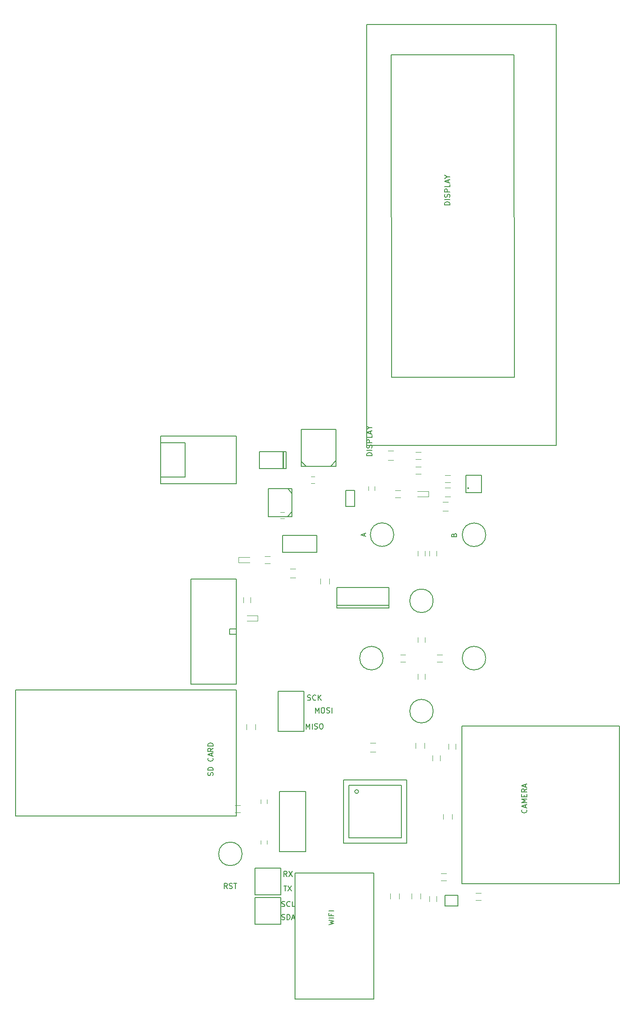
<source format=gbr>
G04 #@! TF.FileFunction,Legend,Top*
%FSLAX46Y46*%
G04 Gerber Fmt 4.6, Leading zero omitted, Abs format (unit mm)*
G04 Created by KiCad (PCBNEW 4.0.6) date 05/19/17 19:34:27*
%MOMM*%
%LPD*%
G01*
G04 APERTURE LIST*
%ADD10C,0.100000*%
%ADD11C,0.200000*%
%ADD12C,0.150000*%
%ADD13C,0.120000*%
G04 APERTURE END LIST*
D10*
D11*
X123732571Y-53889571D02*
X123780190Y-53746714D01*
X123827810Y-53699095D01*
X123923048Y-53651476D01*
X124065905Y-53651476D01*
X124161143Y-53699095D01*
X124208762Y-53746714D01*
X124256381Y-53841952D01*
X124256381Y-54222905D01*
X123256381Y-54222905D01*
X123256381Y-53889571D01*
X123304000Y-53794333D01*
X123351619Y-53746714D01*
X123446857Y-53699095D01*
X123542095Y-53699095D01*
X123637333Y-53746714D01*
X123684952Y-53794333D01*
X123732571Y-53889571D01*
X123732571Y-54222905D01*
X106698667Y-54072095D02*
X106698667Y-53595904D01*
X106984381Y-54167333D02*
X105984381Y-53834000D01*
X106984381Y-53500666D01*
X108127381Y-38792095D02*
X107127381Y-38792095D01*
X107127381Y-38554000D01*
X107175000Y-38411142D01*
X107270238Y-38315904D01*
X107365476Y-38268285D01*
X107555952Y-38220666D01*
X107698810Y-38220666D01*
X107889286Y-38268285D01*
X107984524Y-38315904D01*
X108079762Y-38411142D01*
X108127381Y-38554000D01*
X108127381Y-38792095D01*
X108127381Y-37792095D02*
X107127381Y-37792095D01*
X108079762Y-37363524D02*
X108127381Y-37220667D01*
X108127381Y-36982571D01*
X108079762Y-36887333D01*
X108032143Y-36839714D01*
X107936905Y-36792095D01*
X107841667Y-36792095D01*
X107746429Y-36839714D01*
X107698810Y-36887333D01*
X107651190Y-36982571D01*
X107603571Y-37173048D01*
X107555952Y-37268286D01*
X107508333Y-37315905D01*
X107413095Y-37363524D01*
X107317857Y-37363524D01*
X107222619Y-37315905D01*
X107175000Y-37268286D01*
X107127381Y-37173048D01*
X107127381Y-36934952D01*
X107175000Y-36792095D01*
X108127381Y-36363524D02*
X107127381Y-36363524D01*
X107127381Y-35982571D01*
X107175000Y-35887333D01*
X107222619Y-35839714D01*
X107317857Y-35792095D01*
X107460714Y-35792095D01*
X107555952Y-35839714D01*
X107603571Y-35887333D01*
X107651190Y-35982571D01*
X107651190Y-36363524D01*
X108127381Y-34887333D02*
X108127381Y-35363524D01*
X107127381Y-35363524D01*
X107841667Y-34601619D02*
X107841667Y-34125428D01*
X108127381Y-34696857D02*
X107127381Y-34363524D01*
X108127381Y-34030190D01*
X107651190Y-33506381D02*
X108127381Y-33506381D01*
X107127381Y-33839714D02*
X107651190Y-33506381D01*
X107127381Y-33173047D01*
X137496143Y-106070428D02*
X137543762Y-106118047D01*
X137591381Y-106260904D01*
X137591381Y-106356142D01*
X137543762Y-106499000D01*
X137448524Y-106594238D01*
X137353286Y-106641857D01*
X137162810Y-106689476D01*
X137019952Y-106689476D01*
X136829476Y-106641857D01*
X136734238Y-106594238D01*
X136639000Y-106499000D01*
X136591381Y-106356142D01*
X136591381Y-106260904D01*
X136639000Y-106118047D01*
X136686619Y-106070428D01*
X137305667Y-105689476D02*
X137305667Y-105213285D01*
X137591381Y-105784714D02*
X136591381Y-105451381D01*
X137591381Y-105118047D01*
X137591381Y-104784714D02*
X136591381Y-104784714D01*
X137305667Y-104451380D01*
X136591381Y-104118047D01*
X137591381Y-104118047D01*
X137067571Y-103641857D02*
X137067571Y-103308523D01*
X137591381Y-103165666D02*
X137591381Y-103641857D01*
X136591381Y-103641857D01*
X136591381Y-103165666D01*
X137591381Y-102165666D02*
X137115190Y-102499000D01*
X137591381Y-102737095D02*
X136591381Y-102737095D01*
X136591381Y-102356142D01*
X136639000Y-102260904D01*
X136686619Y-102213285D01*
X136781857Y-102165666D01*
X136924714Y-102165666D01*
X137019952Y-102213285D01*
X137067571Y-102260904D01*
X137115190Y-102356142D01*
X137115190Y-102737095D01*
X137305667Y-101784714D02*
X137305667Y-101308523D01*
X137591381Y-101879952D02*
X136591381Y-101546619D01*
X137591381Y-101213285D01*
X99888381Y-127938333D02*
X100888381Y-127700238D01*
X100174095Y-127509761D01*
X100888381Y-127319285D01*
X99888381Y-127081190D01*
X100888381Y-126700238D02*
X99888381Y-126700238D01*
X100364571Y-125890714D02*
X100364571Y-126224048D01*
X100888381Y-126224048D02*
X99888381Y-126224048D01*
X99888381Y-125747857D01*
X100888381Y-125366905D02*
X99888381Y-125366905D01*
X77853762Y-99601238D02*
X77901381Y-99458381D01*
X77901381Y-99220285D01*
X77853762Y-99125047D01*
X77806143Y-99077428D01*
X77710905Y-99029809D01*
X77615667Y-99029809D01*
X77520429Y-99077428D01*
X77472810Y-99125047D01*
X77425190Y-99220285D01*
X77377571Y-99410762D01*
X77329952Y-99506000D01*
X77282333Y-99553619D01*
X77187095Y-99601238D01*
X77091857Y-99601238D01*
X76996619Y-99553619D01*
X76949000Y-99506000D01*
X76901381Y-99410762D01*
X76901381Y-99172666D01*
X76949000Y-99029809D01*
X77901381Y-98601238D02*
X76901381Y-98601238D01*
X76901381Y-98363143D01*
X76949000Y-98220285D01*
X77044238Y-98125047D01*
X77139476Y-98077428D01*
X77329952Y-98029809D01*
X77472810Y-98029809D01*
X77663286Y-98077428D01*
X77758524Y-98125047D01*
X77853762Y-98220285D01*
X77901381Y-98363143D01*
X77901381Y-98601238D01*
X77806143Y-96267904D02*
X77853762Y-96315523D01*
X77901381Y-96458380D01*
X77901381Y-96553618D01*
X77853762Y-96696476D01*
X77758524Y-96791714D01*
X77663286Y-96839333D01*
X77472810Y-96886952D01*
X77329952Y-96886952D01*
X77139476Y-96839333D01*
X77044238Y-96791714D01*
X76949000Y-96696476D01*
X76901381Y-96553618D01*
X76901381Y-96458380D01*
X76949000Y-96315523D01*
X76996619Y-96267904D01*
X77615667Y-95886952D02*
X77615667Y-95410761D01*
X77901381Y-95982190D02*
X76901381Y-95648857D01*
X77901381Y-95315523D01*
X77901381Y-94410761D02*
X77425190Y-94744095D01*
X77901381Y-94982190D02*
X76901381Y-94982190D01*
X76901381Y-94601237D01*
X76949000Y-94505999D01*
X76996619Y-94458380D01*
X77091857Y-94410761D01*
X77234714Y-94410761D01*
X77329952Y-94458380D01*
X77377571Y-94505999D01*
X77425190Y-94601237D01*
X77425190Y-94982190D01*
X77901381Y-93982190D02*
X76901381Y-93982190D01*
X76901381Y-93744095D01*
X76949000Y-93601237D01*
X77044238Y-93505999D01*
X77139476Y-93458380D01*
X77329952Y-93410761D01*
X77472810Y-93410761D01*
X77663286Y-93458380D01*
X77758524Y-93505999D01*
X77853762Y-93601237D01*
X77901381Y-93744095D01*
X77901381Y-93982190D01*
X80584381Y-121088381D02*
X80251047Y-120612190D01*
X80012952Y-121088381D02*
X80012952Y-120088381D01*
X80393905Y-120088381D01*
X80489143Y-120136000D01*
X80536762Y-120183619D01*
X80584381Y-120278857D01*
X80584381Y-120421714D01*
X80536762Y-120516952D01*
X80489143Y-120564571D01*
X80393905Y-120612190D01*
X80012952Y-120612190D01*
X80965333Y-121040762D02*
X81108190Y-121088381D01*
X81346286Y-121088381D01*
X81441524Y-121040762D01*
X81489143Y-120993143D01*
X81536762Y-120897905D01*
X81536762Y-120802667D01*
X81489143Y-120707429D01*
X81441524Y-120659810D01*
X81346286Y-120612190D01*
X81155809Y-120564571D01*
X81060571Y-120516952D01*
X81012952Y-120469333D01*
X80965333Y-120374095D01*
X80965333Y-120278857D01*
X81012952Y-120183619D01*
X81060571Y-120136000D01*
X81155809Y-120088381D01*
X81393905Y-120088381D01*
X81536762Y-120136000D01*
X81822476Y-120088381D02*
X82393905Y-120088381D01*
X82108190Y-121088381D02*
X82108190Y-120088381D01*
X95864286Y-85244762D02*
X96007143Y-85292381D01*
X96245239Y-85292381D01*
X96340477Y-85244762D01*
X96388096Y-85197143D01*
X96435715Y-85101905D01*
X96435715Y-85006667D01*
X96388096Y-84911429D01*
X96340477Y-84863810D01*
X96245239Y-84816190D01*
X96054762Y-84768571D01*
X95959524Y-84720952D01*
X95911905Y-84673333D01*
X95864286Y-84578095D01*
X95864286Y-84482857D01*
X95911905Y-84387619D01*
X95959524Y-84340000D01*
X96054762Y-84292381D01*
X96292858Y-84292381D01*
X96435715Y-84340000D01*
X97435715Y-85197143D02*
X97388096Y-85244762D01*
X97245239Y-85292381D01*
X97150001Y-85292381D01*
X97007143Y-85244762D01*
X96911905Y-85149524D01*
X96864286Y-85054286D01*
X96816667Y-84863810D01*
X96816667Y-84720952D01*
X96864286Y-84530476D01*
X96911905Y-84435238D01*
X97007143Y-84340000D01*
X97150001Y-84292381D01*
X97245239Y-84292381D01*
X97388096Y-84340000D01*
X97435715Y-84387619D01*
X97864286Y-85292381D02*
X97864286Y-84292381D01*
X98435715Y-85292381D02*
X98007143Y-84720952D01*
X98435715Y-84292381D02*
X97864286Y-84863810D01*
X95618572Y-90752381D02*
X95618572Y-89752381D01*
X95951906Y-90466667D01*
X96285239Y-89752381D01*
X96285239Y-90752381D01*
X96761429Y-90752381D02*
X96761429Y-89752381D01*
X97190000Y-90704762D02*
X97332857Y-90752381D01*
X97570953Y-90752381D01*
X97666191Y-90704762D01*
X97713810Y-90657143D01*
X97761429Y-90561905D01*
X97761429Y-90466667D01*
X97713810Y-90371429D01*
X97666191Y-90323810D01*
X97570953Y-90276190D01*
X97380476Y-90228571D01*
X97285238Y-90180952D01*
X97237619Y-90133333D01*
X97190000Y-90038095D01*
X97190000Y-89942857D01*
X97237619Y-89847619D01*
X97285238Y-89800000D01*
X97380476Y-89752381D01*
X97618572Y-89752381D01*
X97761429Y-89800000D01*
X98380476Y-89752381D02*
X98570953Y-89752381D01*
X98666191Y-89800000D01*
X98761429Y-89895238D01*
X98809048Y-90085714D01*
X98809048Y-90419048D01*
X98761429Y-90609524D01*
X98666191Y-90704762D01*
X98570953Y-90752381D01*
X98380476Y-90752381D01*
X98285238Y-90704762D01*
X98190000Y-90609524D01*
X98142381Y-90419048D01*
X98142381Y-90085714D01*
X98190000Y-89895238D01*
X98285238Y-89800000D01*
X98380476Y-89752381D01*
X97348572Y-87702381D02*
X97348572Y-86702381D01*
X97681906Y-87416667D01*
X98015239Y-86702381D01*
X98015239Y-87702381D01*
X98681905Y-86702381D02*
X98872382Y-86702381D01*
X98967620Y-86750000D01*
X99062858Y-86845238D01*
X99110477Y-87035714D01*
X99110477Y-87369048D01*
X99062858Y-87559524D01*
X98967620Y-87654762D01*
X98872382Y-87702381D01*
X98681905Y-87702381D01*
X98586667Y-87654762D01*
X98491429Y-87559524D01*
X98443810Y-87369048D01*
X98443810Y-87035714D01*
X98491429Y-86845238D01*
X98586667Y-86750000D01*
X98681905Y-86702381D01*
X99491429Y-87654762D02*
X99634286Y-87702381D01*
X99872382Y-87702381D01*
X99967620Y-87654762D01*
X100015239Y-87607143D01*
X100062858Y-87511905D01*
X100062858Y-87416667D01*
X100015239Y-87321429D01*
X99967620Y-87273810D01*
X99872382Y-87226190D01*
X99681905Y-87178571D01*
X99586667Y-87130952D01*
X99539048Y-87083333D01*
X99491429Y-86988095D01*
X99491429Y-86892857D01*
X99539048Y-86797619D01*
X99586667Y-86750000D01*
X99681905Y-86702381D01*
X99920001Y-86702381D01*
X100062858Y-86750000D01*
X100491429Y-87702381D02*
X100491429Y-86702381D01*
X90955714Y-126954762D02*
X91098571Y-127002381D01*
X91336667Y-127002381D01*
X91431905Y-126954762D01*
X91479524Y-126907143D01*
X91527143Y-126811905D01*
X91527143Y-126716667D01*
X91479524Y-126621429D01*
X91431905Y-126573810D01*
X91336667Y-126526190D01*
X91146190Y-126478571D01*
X91050952Y-126430952D01*
X91003333Y-126383333D01*
X90955714Y-126288095D01*
X90955714Y-126192857D01*
X91003333Y-126097619D01*
X91050952Y-126050000D01*
X91146190Y-126002381D01*
X91384286Y-126002381D01*
X91527143Y-126050000D01*
X91955714Y-127002381D02*
X91955714Y-126002381D01*
X92193809Y-126002381D01*
X92336667Y-126050000D01*
X92431905Y-126145238D01*
X92479524Y-126240476D01*
X92527143Y-126430952D01*
X92527143Y-126573810D01*
X92479524Y-126764286D01*
X92431905Y-126859524D01*
X92336667Y-126954762D01*
X92193809Y-127002381D01*
X91955714Y-127002381D01*
X92908095Y-126716667D02*
X93384286Y-126716667D01*
X92812857Y-127002381D02*
X93146190Y-126002381D01*
X93479524Y-127002381D01*
X90959524Y-124464762D02*
X91102381Y-124512381D01*
X91340477Y-124512381D01*
X91435715Y-124464762D01*
X91483334Y-124417143D01*
X91530953Y-124321905D01*
X91530953Y-124226667D01*
X91483334Y-124131429D01*
X91435715Y-124083810D01*
X91340477Y-124036190D01*
X91150000Y-123988571D01*
X91054762Y-123940952D01*
X91007143Y-123893333D01*
X90959524Y-123798095D01*
X90959524Y-123702857D01*
X91007143Y-123607619D01*
X91054762Y-123560000D01*
X91150000Y-123512381D01*
X91388096Y-123512381D01*
X91530953Y-123560000D01*
X92530953Y-124417143D02*
X92483334Y-124464762D01*
X92340477Y-124512381D01*
X92245239Y-124512381D01*
X92102381Y-124464762D01*
X92007143Y-124369524D01*
X91959524Y-124274286D01*
X91911905Y-124083810D01*
X91911905Y-123940952D01*
X91959524Y-123750476D01*
X92007143Y-123655238D01*
X92102381Y-123560000D01*
X92245239Y-123512381D01*
X92340477Y-123512381D01*
X92483334Y-123560000D01*
X92530953Y-123607619D01*
X93435715Y-124512381D02*
X92959524Y-124512381D01*
X92959524Y-123512381D01*
X91338095Y-120552381D02*
X91909524Y-120552381D01*
X91623809Y-121552381D02*
X91623809Y-120552381D01*
X92147619Y-120552381D02*
X92814286Y-121552381D01*
X92814286Y-120552381D02*
X92147619Y-121552381D01*
X91943334Y-118812381D02*
X91610000Y-118336190D01*
X91371905Y-118812381D02*
X91371905Y-117812381D01*
X91752858Y-117812381D01*
X91848096Y-117860000D01*
X91895715Y-117907619D01*
X91943334Y-118002857D01*
X91943334Y-118145714D01*
X91895715Y-118240952D01*
X91848096Y-118288571D01*
X91752858Y-118336190D01*
X91371905Y-118336190D01*
X92276667Y-117812381D02*
X92943334Y-118812381D01*
X92943334Y-117812381D02*
X92276667Y-118812381D01*
D12*
X111800000Y37330000D02*
X111825000Y-23920000D01*
X111825000Y-23920000D02*
X135200000Y-23920000D01*
X135200000Y-23920000D02*
X135150000Y37405000D01*
X135150000Y37405000D02*
X111800000Y37405000D01*
X107150000Y-36870000D02*
X107150000Y43130000D01*
X107150000Y43130000D02*
X143150000Y43130000D01*
X143150000Y-36870000D02*
X143150000Y43130000D01*
X107150000Y-36870000D02*
X143150000Y-36870000D01*
X81000000Y-71750000D02*
X82300000Y-71750000D01*
X82300000Y-72750000D02*
X81000000Y-72750000D01*
X81000000Y-72750000D02*
X81000000Y-71750000D01*
X82300000Y-82250000D02*
X82300000Y-62250000D01*
X82300000Y-82250000D02*
X73700000Y-82250000D01*
X73700000Y-82250000D02*
X73700000Y-62250000D01*
X73700000Y-62250000D02*
X82300000Y-62250000D01*
X90575000Y-114050000D02*
X95525000Y-114050000D01*
X95550000Y-102650000D02*
X90550000Y-102650000D01*
X90560000Y-102650000D02*
X90560000Y-114050000D01*
X95540000Y-102650000D02*
X95540000Y-114050000D01*
X82300000Y-107300000D02*
X40300000Y-107300000D01*
X40300000Y-107300000D02*
X40300000Y-83300000D01*
X82300000Y-83300000D02*
X40300000Y-83300000D01*
X82300000Y-107300000D02*
X82300000Y-83300000D01*
X108475000Y-118125000D02*
X108475000Y-142125000D01*
X108475000Y-142125000D02*
X93475000Y-142125000D01*
X93475000Y-118125000D02*
X93475000Y-142125000D01*
X108475000Y-118125000D02*
X93475000Y-118125000D01*
X125237500Y-90162500D02*
X155237500Y-90162500D01*
X155237500Y-90162500D02*
X155237500Y-120162500D01*
X125237500Y-120162500D02*
X155237500Y-120162500D01*
X125237500Y-90162500D02*
X125237500Y-120162500D01*
X122010000Y-122390000D02*
X122010000Y-124390000D01*
X122010000Y-124390000D02*
X124510000Y-124390000D01*
X124510000Y-122390000D02*
X124510000Y-124390000D01*
X122010000Y-122390000D02*
X124510000Y-122390000D01*
X129776068Y-53840000D02*
G75*
G03X129776068Y-53840000I-2236068J0D01*
G01*
X112276068Y-53815000D02*
G75*
G03X112276068Y-53815000I-2236068J0D01*
G01*
X129776068Y-77290000D02*
G75*
G03X129776068Y-77290000I-2236068J0D01*
G01*
X126565000Y-44990000D02*
G75*
G03X126565000Y-44990000I-125000J0D01*
G01*
X125990000Y-42565000D02*
X125990000Y-45815000D01*
X125990000Y-45815000D02*
X128990000Y-45815000D01*
X128990000Y-45815000D02*
X128990000Y-42565000D01*
X128990000Y-42565000D02*
X125990000Y-42565000D01*
X101465000Y-67290000D02*
X111365000Y-67290000D01*
X101440000Y-67790000D02*
X111340000Y-67790000D01*
X111340000Y-67790000D02*
X111340000Y-63890000D01*
X111340000Y-63890000D02*
X101440000Y-63890000D01*
X101440000Y-63890000D02*
X101440000Y-67790000D01*
X110251068Y-77290000D02*
G75*
G03X110251068Y-77290000I-2236068J0D01*
G01*
X119776068Y-66390000D02*
G75*
G03X119776068Y-66390000I-2236068J0D01*
G01*
X119776068Y-87365000D02*
G75*
G03X119776068Y-87365000I-2236068J0D01*
G01*
X83411068Y-114500000D02*
G75*
G03X83411068Y-114500000I-2236068J0D01*
G01*
D13*
X124017500Y-93562500D02*
X124017500Y-94562500D01*
X122657500Y-94562500D02*
X122657500Y-93562500D01*
X127840000Y-121960000D02*
X128840000Y-121960000D01*
X128840000Y-123320000D02*
X127840000Y-123320000D01*
X119682500Y-96787500D02*
X119682500Y-95787500D01*
X121042500Y-95787500D02*
X121042500Y-96787500D01*
X120410000Y-122540000D02*
X120410000Y-123540000D01*
X119050000Y-123540000D02*
X119050000Y-122540000D01*
X120445000Y-56890000D02*
X120445000Y-57890000D01*
X119085000Y-57890000D02*
X119085000Y-56890000D01*
X123034000Y-43846000D02*
X122034000Y-43846000D01*
X122034000Y-42486000D02*
X123034000Y-42486000D01*
X118220000Y-56890000D02*
X118220000Y-57890000D01*
X116860000Y-57890000D02*
X116860000Y-56890000D01*
X121465000Y-77970000D02*
X120465000Y-77970000D01*
X120465000Y-76610000D02*
X121465000Y-76610000D01*
X117400000Y-42300000D02*
X116400000Y-42300000D01*
X116400000Y-40940000D02*
X117400000Y-40940000D01*
X117400000Y-39450000D02*
X116400000Y-39450000D01*
X116400000Y-38090000D02*
X117400000Y-38090000D01*
X113515000Y-76610000D02*
X114515000Y-76610000D01*
X114515000Y-77970000D02*
X113515000Y-77970000D01*
X118220000Y-73315000D02*
X118220000Y-74315000D01*
X116860000Y-74315000D02*
X116860000Y-73315000D01*
X116860000Y-81265000D02*
X116860000Y-80265000D01*
X118220000Y-80265000D02*
X118220000Y-81265000D01*
X113570000Y-46750000D02*
X112570000Y-46750000D01*
X112570000Y-45390000D02*
X113570000Y-45390000D01*
X87710000Y-57900000D02*
X88710000Y-57900000D01*
X88710000Y-59260000D02*
X87710000Y-59260000D01*
X83075000Y-106605000D02*
X82075000Y-106605000D01*
X82075000Y-105245000D02*
X83075000Y-105245000D01*
X83620000Y-66750000D02*
X83620000Y-65750000D01*
X84980000Y-65750000D02*
X84980000Y-66750000D01*
X121280000Y-118230000D02*
X122280000Y-118230000D01*
X122280000Y-119590000D02*
X121280000Y-119590000D01*
X118850000Y-46570000D02*
X118850000Y-45570000D01*
X118850000Y-45570000D02*
X116750000Y-45570000D01*
X118850000Y-46570000D02*
X116750000Y-46570000D01*
X82750000Y-58080000D02*
X82750000Y-59080000D01*
X82750000Y-59080000D02*
X84850000Y-59080000D01*
X82750000Y-58080000D02*
X84850000Y-58080000D01*
X86400000Y-70200000D02*
X86400000Y-69200000D01*
X86400000Y-69200000D02*
X84300000Y-69200000D01*
X86400000Y-70200000D02*
X84300000Y-70200000D01*
X117390000Y-123050000D02*
X117390000Y-122050000D01*
X115690000Y-122050000D02*
X115690000Y-123050000D01*
X84225000Y-89850000D02*
X84225000Y-90850000D01*
X85925000Y-90850000D02*
X85925000Y-89850000D01*
X113280000Y-123050000D02*
X113280000Y-122050000D01*
X111580000Y-122050000D02*
X111580000Y-123050000D01*
X116420000Y-93430000D02*
X116420000Y-94430000D01*
X118120000Y-94430000D02*
X118120000Y-93430000D01*
X122034000Y-46556000D02*
X123034000Y-46556000D01*
X123034000Y-44856000D02*
X122034000Y-44856000D01*
X100015000Y-63165000D02*
X100015000Y-62165000D01*
X98315000Y-62165000D02*
X98315000Y-63165000D01*
X111160000Y-39610000D02*
X112160000Y-39610000D01*
X112160000Y-37910000D02*
X111160000Y-37910000D01*
X121620000Y-49330000D02*
X122620000Y-49330000D01*
X122620000Y-47630000D02*
X121620000Y-47630000D01*
X107810000Y-95110000D02*
X108810000Y-95110000D01*
X108810000Y-93410000D02*
X107810000Y-93410000D01*
X123384000Y-107928000D02*
X123384000Y-106928000D01*
X121684000Y-106928000D02*
X121684000Y-107928000D01*
X86975000Y-112650000D02*
X86975000Y-111950000D01*
X88175000Y-111950000D02*
X88175000Y-112650000D01*
X88175000Y-104200000D02*
X88175000Y-104900000D01*
X86975000Y-104900000D02*
X86975000Y-104200000D01*
D12*
X103700000Y-101450000D02*
X113700000Y-101450000D01*
X113700000Y-101450000D02*
X113700000Y-111450000D01*
X113700000Y-111450000D02*
X103700000Y-111450000D01*
X103700000Y-111450000D02*
X103700000Y-101450000D01*
X105560555Y-102650000D02*
G75*
G03X105560555Y-102650000I-360555J0D01*
G01*
X102700000Y-112450000D02*
X102700000Y-100450000D01*
X102700000Y-100450000D02*
X114700000Y-100450000D01*
X114700000Y-100450000D02*
X114700000Y-112450000D01*
X114700000Y-112450000D02*
X102700000Y-112450000D01*
X103140000Y-45365000D02*
X104815000Y-45365000D01*
X104815000Y-45365000D02*
X104815000Y-48465000D01*
X104815000Y-48465000D02*
X103140000Y-48465000D01*
X103140000Y-48465000D02*
X103140000Y-45365000D01*
X67917000Y-42860000D02*
X72567000Y-42860000D01*
X72567000Y-42860000D02*
X72567000Y-36360000D01*
X72567000Y-36360000D02*
X67892000Y-36360000D01*
X67892000Y-39610000D02*
X67892000Y-44110000D01*
X67892000Y-44110000D02*
X82292000Y-44110000D01*
X82292000Y-44110000D02*
X82292000Y-35110000D01*
X82292000Y-35110000D02*
X67892000Y-35110000D01*
X67892000Y-35110000D02*
X67892000Y-39610000D01*
X91165000Y-38095000D02*
X91165000Y-41195000D01*
X91290000Y-41145000D02*
X91290000Y-38095000D01*
X86740000Y-41220000D02*
X91790000Y-41220000D01*
X91790000Y-41220000D02*
X91790000Y-38020000D01*
X91790000Y-38020000D02*
X86690000Y-38020000D01*
X86690000Y-38020000D02*
X86690000Y-41245000D01*
D13*
X107420000Y-45380000D02*
X107420000Y-44680000D01*
X108620000Y-44680000D02*
X108620000Y-45380000D01*
X92550000Y-62020000D02*
X93550000Y-62020000D01*
X93550000Y-60320000D02*
X92550000Y-60320000D01*
X91420000Y-50730000D02*
X90720000Y-50730000D01*
X90720000Y-49530000D02*
X91420000Y-49530000D01*
X97230000Y-44020000D02*
X96530000Y-44020000D01*
X96530000Y-42820000D02*
X97230000Y-42820000D01*
D12*
X92130000Y-45055000D02*
X92880000Y-46005000D01*
X92880000Y-49505000D02*
X92080000Y-50380000D01*
X88380000Y-47730000D02*
X88380000Y-50380000D01*
X88380000Y-50380000D02*
X92880000Y-50380000D01*
X92880000Y-47730000D02*
X92880000Y-50380000D01*
X88380000Y-47730000D02*
X88380000Y-45080000D01*
X88380000Y-45080000D02*
X92880000Y-45080000D01*
X92880000Y-47730000D02*
X92880000Y-45080000D01*
X100255000Y-40820000D02*
X101230000Y-39695000D01*
X95630000Y-40820000D02*
X94630000Y-39870000D01*
X97930000Y-40820000D02*
X101230000Y-40820000D01*
X97930000Y-40820000D02*
X94630000Y-40820000D01*
X94630000Y-40820000D02*
X94630000Y-33820000D01*
X94630000Y-33820000D02*
X101230000Y-33795000D01*
X101230000Y-33795000D02*
X101230000Y-40845000D01*
X97625000Y-53995000D02*
X91125000Y-53995000D01*
X91125000Y-53995000D02*
X91125000Y-57195000D01*
X97625000Y-53995000D02*
X97625000Y-57195000D01*
X97625000Y-57195000D02*
X91125000Y-57195000D01*
X90770000Y-122770000D02*
X90770000Y-127850000D01*
X90770000Y-127850000D02*
X85890000Y-127850000D01*
X85890000Y-122770000D02*
X85890000Y-127850000D01*
X90770000Y-122770000D02*
X85890000Y-122770000D01*
X90750000Y-117190000D02*
X90750000Y-122270000D01*
X90750000Y-122270000D02*
X85870000Y-122270000D01*
X85870000Y-117190000D02*
X85870000Y-122270000D01*
X90750000Y-117190000D02*
X85870000Y-117190000D01*
X90260000Y-91180000D02*
X90260000Y-83560000D01*
X90260000Y-83560000D02*
X95140000Y-83560000D01*
X95140000Y-91180000D02*
X95140000Y-83560000D01*
X90260000Y-91180000D02*
X95140000Y-91180000D01*
X122927381Y8891905D02*
X121927381Y8891905D01*
X121927381Y9130000D01*
X121975000Y9272858D01*
X122070238Y9368096D01*
X122165476Y9415715D01*
X122355952Y9463334D01*
X122498810Y9463334D01*
X122689286Y9415715D01*
X122784524Y9368096D01*
X122879762Y9272858D01*
X122927381Y9130000D01*
X122927381Y8891905D01*
X122927381Y9891905D02*
X121927381Y9891905D01*
X122879762Y10320476D02*
X122927381Y10463333D01*
X122927381Y10701429D01*
X122879762Y10796667D01*
X122832143Y10844286D01*
X122736905Y10891905D01*
X122641667Y10891905D01*
X122546429Y10844286D01*
X122498810Y10796667D01*
X122451190Y10701429D01*
X122403571Y10510952D01*
X122355952Y10415714D01*
X122308333Y10368095D01*
X122213095Y10320476D01*
X122117857Y10320476D01*
X122022619Y10368095D01*
X121975000Y10415714D01*
X121927381Y10510952D01*
X121927381Y10749048D01*
X121975000Y10891905D01*
X122927381Y11320476D02*
X121927381Y11320476D01*
X121927381Y11701429D01*
X121975000Y11796667D01*
X122022619Y11844286D01*
X122117857Y11891905D01*
X122260714Y11891905D01*
X122355952Y11844286D01*
X122403571Y11796667D01*
X122451190Y11701429D01*
X122451190Y11320476D01*
X122927381Y12796667D02*
X122927381Y12320476D01*
X121927381Y12320476D01*
X122641667Y13082381D02*
X122641667Y13558572D01*
X122927381Y12987143D02*
X121927381Y13320476D01*
X122927381Y13653810D01*
X122451190Y14177619D02*
X122927381Y14177619D01*
X121927381Y13844286D02*
X122451190Y14177619D01*
X121927381Y14510953D01*
M02*

</source>
